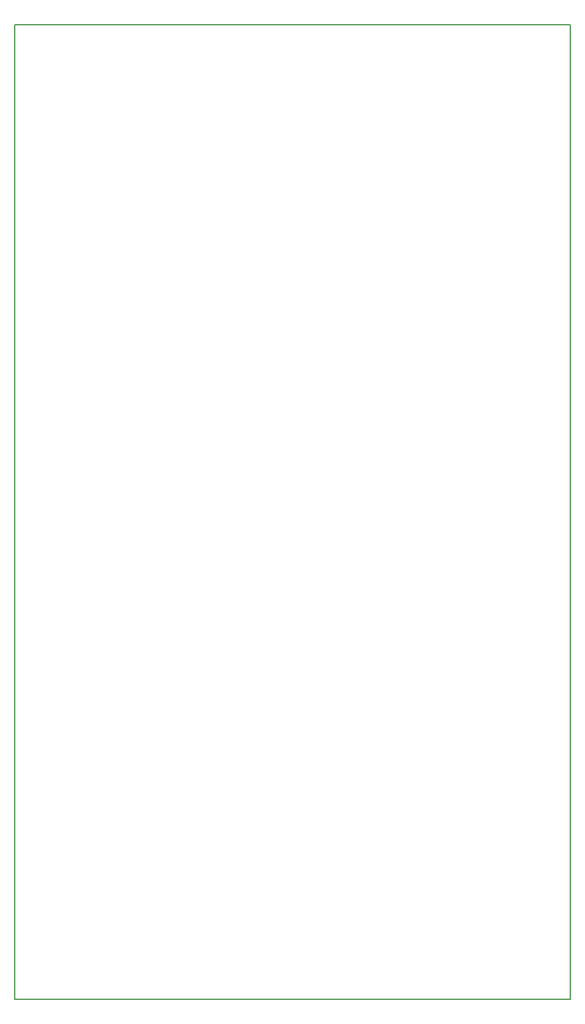
<source format=gbr>
%TF.GenerationSoftware,KiCad,Pcbnew,(5.1.0)-1*%
%TF.CreationDate,2019-03-20T15:23:46+01:00*%
%TF.ProjectId,AcroBoard_Station_GPRS_V04R04_XTAL,4163726f-426f-4617-9264-5f5374617469,rev?*%
%TF.SameCoordinates,Original*%
%TF.FileFunction,Profile,NP*%
%FSLAX46Y46*%
G04 Gerber Fmt 4.6, Leading zero omitted, Abs format (unit mm)*
G04 Created by KiCad (PCBNEW (5.1.0)-1) date 2019-03-20 15:23:46*
%MOMM*%
%LPD*%
G04 APERTURE LIST*
%ADD10C,0.150000*%
G04 APERTURE END LIST*
D10*
X50000000Y-160000000D02*
X130000000Y-160000000D01*
X130000000Y-20000000D02*
X130000000Y-160000000D01*
X50000000Y-20000000D02*
X130000000Y-20000000D01*
X50000000Y-20000000D02*
X50000000Y-160000000D01*
M02*

</source>
